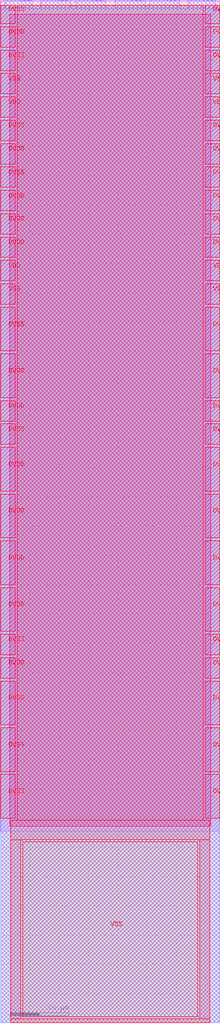
<source format=lef>
VERSION 5.7 ;
  NOWIREEXTENSIONATPIN ON ;
  DIVIDERCHAR "/" ;
  BUSBITCHARS "[]" ;
MACRO gf180mcu_ocd_io__vss
  CLASS PAD GROUND ;
  FOREIGN gf180mcu_ocd_io__vss ;
  ORIGIN 0.000 0.000 ;
  SIZE 75.000 BY 350.000 ;
  SYMMETRY X Y R90 ;
  SITE GF_IO_Site ;
  PIN DVDD
    DIRECTION INOUT ;
    USE POWER ;
    PORT
      LAYER Metal5 ;
        RECT 0.000 334.000 5.000 341.000 ;
    END
    PORT
      LAYER Metal5 ;
        RECT 0.000 294.000 5.000 301.000 ;
    END
    PORT
      LAYER Metal5 ;
        RECT 0.000 278.000 5.000 285.000 ;
    END
    PORT
      LAYER Metal5 ;
        RECT 0.000 270.000 5.000 277.000 ;
    END
    PORT
      LAYER Metal5 ;
        RECT 0.000 262.000 5.000 269.000 ;
    END
    PORT
      LAYER Metal5 ;
        RECT 0.000 206.000 5.000 213.000 ;
    END
    PORT
      LAYER Metal5 ;
        RECT 0.000 214.000 5.000 229.000 ;
    END
    PORT
      LAYER Metal5 ;
        RECT 0.000 182.000 5.000 197.000 ;
    END
    PORT
      LAYER Metal5 ;
        RECT 0.000 166.000 5.000 181.000 ;
    END
    PORT
      LAYER Metal5 ;
        RECT 0.000 150.000 5.000 165.000 ;
    END
    PORT
      LAYER Metal5 ;
        RECT 0.000 134.000 5.000 149.000 ;
    END
    PORT
      LAYER Metal5 ;
        RECT 0.000 118.000 5.000 125.000 ;
    END
    PORT
      LAYER Metal5 ;
        RECT 70.000 334.000 75.000 341.000 ;
    END
    PORT
      LAYER Metal5 ;
        RECT 70.000 294.000 75.000 301.000 ;
    END
    PORT
      LAYER Metal5 ;
        RECT 70.000 278.000 75.000 285.000 ;
    END
    PORT
      LAYER Metal5 ;
        RECT 70.000 270.000 75.000 277.000 ;
    END
    PORT
      LAYER Metal5 ;
        RECT 70.000 262.000 75.000 269.000 ;
    END
    PORT
      LAYER Metal5 ;
        RECT 70.000 206.000 75.000 213.000 ;
    END
    PORT
      LAYER Metal5 ;
        RECT 70.000 214.000 75.000 229.000 ;
    END
    PORT
      LAYER Metal5 ;
        RECT 70.000 182.000 75.000 197.000 ;
    END
    PORT
      LAYER Metal5 ;
        RECT 70.000 166.000 75.000 181.000 ;
    END
    PORT
      LAYER Metal5 ;
        RECT 70.000 150.000 75.000 165.000 ;
    END
    PORT
      LAYER Metal5 ;
        RECT 70.000 134.000 75.000 149.000 ;
    END
    PORT
      LAYER Metal5 ;
        RECT 70.000 118.000 75.000 125.000 ;
    END
  END DVDD
  PIN DVSS
    DIRECTION INOUT ;
    USE GROUND ;
    PORT
      LAYER Metal5 ;
        RECT 0.000 86.000 5.000 101.000 ;
    END
    PORT
      LAYER Metal5 ;
        RECT 0.000 70.000 5.000 85.000 ;
    END
    PORT
      LAYER Metal5 ;
        RECT 0.000 230.000 5.000 245.000 ;
    END
    PORT
      LAYER Metal5 ;
        RECT 0.000 198.000 5.000 205.000 ;
    END
    PORT
      LAYER Metal5 ;
        RECT 0.000 126.000 5.000 133.000 ;
    END
    PORT
      LAYER Metal5 ;
        RECT 0.000 102.000 5.000 117.000 ;
    END
    PORT
      LAYER Metal5 ;
        RECT 0.000 286.000 5.000 293.000 ;
    END
    PORT
      LAYER Metal5 ;
        RECT 0.000 302.000 5.000 309.000 ;
    END
    PORT
      LAYER Metal5 ;
        RECT 0.000 326.000 5.000 333.000 ;
    END
    PORT
      LAYER Metal5 ;
        RECT 0.000 342.000 5.000 348.390 ;
    END
    PORT
      LAYER Metal5 ;
        RECT 70.000 86.000 75.000 101.000 ;
    END
    PORT
      LAYER Metal5 ;
        RECT 70.000 70.000 75.000 85.000 ;
    END
    PORT
      LAYER Metal5 ;
        RECT 70.000 230.000 75.000 245.000 ;
    END
    PORT
      LAYER Metal5 ;
        RECT 70.000 198.000 75.000 205.000 ;
    END
    PORT
      LAYER Metal5 ;
        RECT 70.000 126.000 75.000 133.000 ;
    END
    PORT
      LAYER Metal5 ;
        RECT 70.000 102.000 75.000 117.000 ;
    END
    PORT
      LAYER Metal5 ;
        RECT 70.000 286.000 75.000 293.000 ;
    END
    PORT
      LAYER Metal5 ;
        RECT 70.000 302.000 75.000 309.000 ;
    END
    PORT
      LAYER Metal5 ;
        RECT 70.000 326.000 75.000 333.000 ;
    END
    PORT
      LAYER Metal5 ;
        RECT 70.000 342.000 75.000 348.390 ;
    END
  END DVSS
  PIN VDD
    DIRECTION INOUT ;
    USE POWER ;
    PORT
      LAYER Metal5 ;
        RECT 0.000 254.000 5.000 261.000 ;
    END
    PORT
      LAYER Metal5 ;
        RECT 0.000 310.000 5.000 317.000 ;
    END
    PORT
      LAYER Metal5 ;
        RECT 70.000 254.000 75.000 261.000 ;
    END
    PORT
      LAYER Metal5 ;
        RECT 70.000 310.000 75.000 317.000 ;
    END
  END VDD
  PIN VSS
    DIRECTION INOUT ;
    USE GROUND ;
    PORT
      LAYER Metal2 ;
        RECT 1.360 347.520 10.860 350.000 ;
    END
    PORT
      LAYER Metal2 ;
        RECT 13.760 347.520 24.010 350.000 ;
    END
    PORT
      LAYER Metal2 ;
        RECT 25.610 347.520 35.860 350.000 ;
    END
    PORT
      LAYER Metal2 ;
        RECT 39.140 347.520 49.390 350.000 ;
    END
    PORT
      LAYER Metal2 ;
        RECT 50.990 347.520 61.240 350.000 ;
    END
    PORT
      LAYER Metal2 ;
        RECT 64.140 347.520 73.640 350.000 ;
    END
    PORT
      LAYER Metal5 ;
        RECT 0.000 318.000 5.000 325.000 ;
    END
    PORT
      LAYER Metal5 ;
        RECT 0.000 246.000 5.000 253.000 ;
    END
    PORT
      LAYER Metal5 ;
        RECT 7.500 2.000 67.500 62.000 ;
    END
    PORT
      LAYER Metal5 ;
        RECT 70.000 318.000 75.000 325.000 ;
    END
    PORT
      LAYER Metal5 ;
        RECT 70.000 246.000 75.000 253.000 ;
    END
  END VSS
  OBS
      LAYER Nwell ;
        RECT 3.060 67.195 71.940 345.275 ;
      LAYER Metal1 ;
        RECT -0.160 65.540 75.160 349.785 ;
      LAYER Metal2 ;
        RECT 0.000 347.220 1.060 348.390 ;
        RECT 11.160 347.220 13.460 348.390 ;
        RECT 24.310 347.220 25.310 348.390 ;
        RECT 36.160 347.220 38.840 348.390 ;
        RECT 49.690 347.220 50.690 348.390 ;
        RECT 61.540 347.220 63.840 348.390 ;
        RECT 73.940 347.220 75.000 348.390 ;
        RECT 0.000 0.000 75.000 347.220 ;
      LAYER Metal3 ;
        RECT 0.000 0.000 75.000 348.390 ;
      LAYER Metal4 ;
        RECT 0.000 0.000 75.000 348.390 ;
      LAYER Metal5 ;
        RECT 5.600 69.400 69.400 348.390 ;
        RECT 3.500 62.600 71.500 69.400 ;
        RECT 3.500 1.400 6.900 62.600 ;
        RECT 68.100 1.400 71.500 62.600 ;
        RECT 3.500 0.000 71.500 1.400 ;
  END
END gf180mcu_ocd_io__vss
END LIBRARY


</source>
